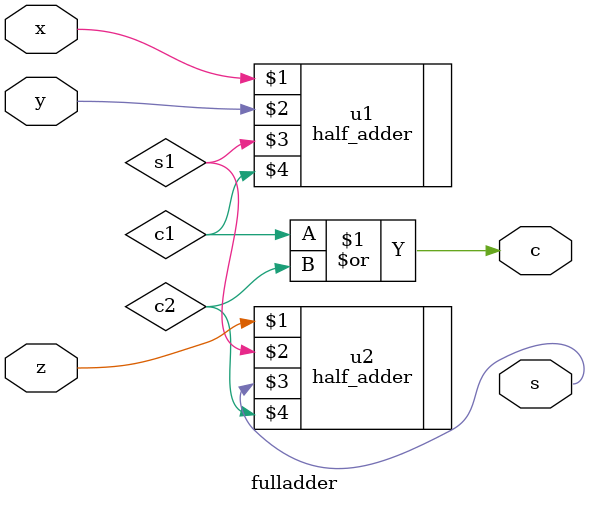
<source format=v>
`timescale 1ns / 1ps

module fulladder(x,y,z,s,c);
input x,y,z;
output c,s;
wire s1, c1, c2;

half_adder u1(x,y,s1,c1);
half_adder u2(z,s1,s,c2);
assign c= c1|c2;

endmodule

</source>
